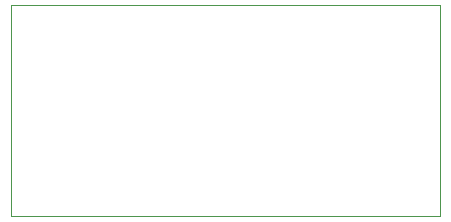
<source format=gbr>
G04 #@! TF.GenerationSoftware,KiCad,Pcbnew,(5.1.10)-1*
G04 #@! TF.CreationDate,2021-05-27T14:09:39+02:00*
G04 #@! TF.ProjectId,HV_UV_detect,48565f55-565f-4646-9574-6563742e6b69,0v2*
G04 #@! TF.SameCoordinates,Original*
G04 #@! TF.FileFunction,Profile,NP*
%FSLAX46Y46*%
G04 Gerber Fmt 4.6, Leading zero omitted, Abs format (unit mm)*
G04 Created by KiCad (PCBNEW (5.1.10)-1) date 2021-05-27 14:09:39*
%MOMM*%
%LPD*%
G01*
G04 APERTURE LIST*
G04 #@! TA.AperFunction,Profile*
%ADD10C,0.050000*%
G04 #@! TD*
G04 APERTURE END LIST*
D10*
X138500000Y-100600000D02*
X138500000Y-82700000D01*
X174800000Y-100600000D02*
X138500000Y-100600000D01*
X174800000Y-82700000D02*
X174800000Y-100600000D01*
X138500000Y-82700000D02*
X174800000Y-82700000D01*
M02*

</source>
